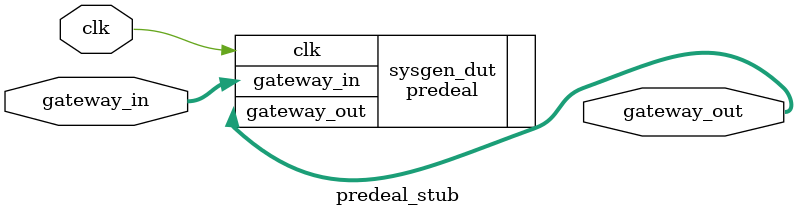
<source format=v>
`timescale 1 ns / 10 ps
module predeal_stub (
  input [24-1:0] gateway_in,
  input clk,
  output [24-1:0] gateway_out
);
  predeal sysgen_dut (
    .gateway_in(gateway_in),
    .clk(clk),
    .gateway_out(gateway_out)
  );
endmodule

</source>
